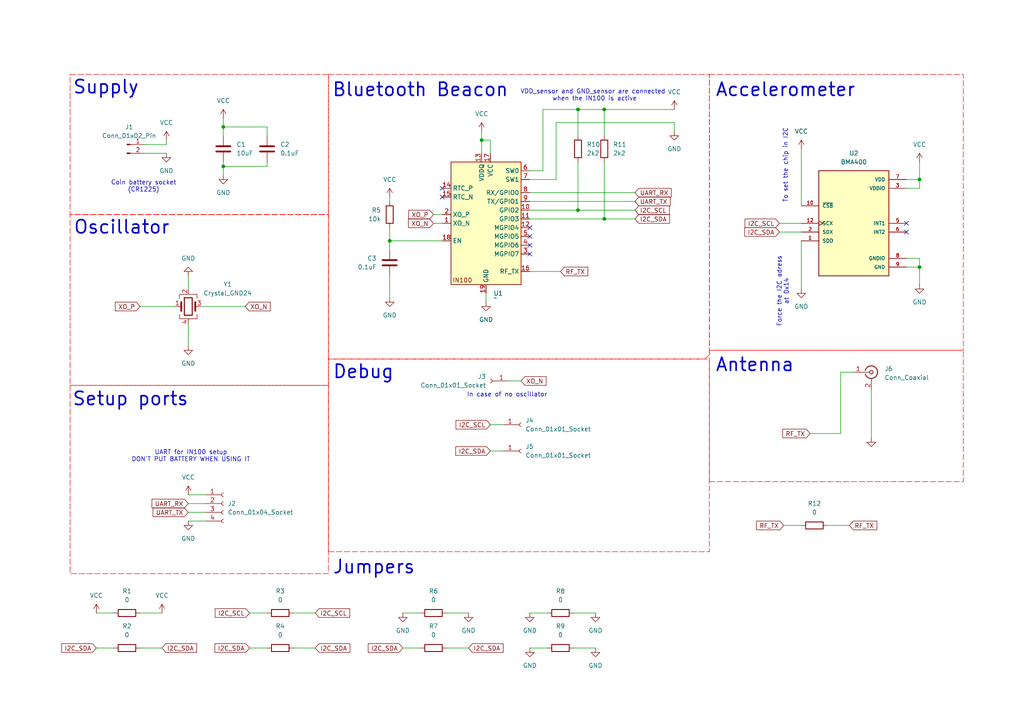
<source format=kicad_sch>
(kicad_sch (version 20250114) (generator "eeschema") (generator_version "9.0")
  (paper "A4")
  (title_block (title "Wearable IN100 with accelerometer") (date "2025-03-04") (rev "0.1.1") (company "EMSE ISMIN - FEL Department"))
  (lib_symbols
    (symbol "BMA400:BMA400" (pin_names (offset 1.016))
      (property "Reference" "U" (at -10.16 16.002 0))
      (property "Value" "BMA400" (at -10.16 -17.78 0))
      (symbol "BMA400_0_0"
        (rectangle (start -10.16 -15.24) (end 10.16 15.24) (stroke (width 0.254)) (fill (type background)))
        (pin input line (at -15.24 5.08 0) (length 5.08) (name "~{CSB}") (number "10"))
        (pin input clock (at -15.24 0 0) (length 5.08) (name "SCX") (number "12"))
        (pin bidirectional line (at -15.24 -2.54 0) (length 5.08) (name "SDX") (number "2"))
        (pin bidirectional line (at -15.24 -5.08 0) (length 5.08) (name "SDO") (number "1"))
        (pin power_in line (at 15.24 12.7 180) (length 5.08) (name "VDD") (number "7"))
        (pin power_in line (at 15.24 10.16 180) (length 5.08) (name "VDDIO") (number "3"))
        (pin bidirectional line (at 15.24 0 180) (length 5.08) (name "INT1") (number "5"))
        (pin bidirectional line (at 15.24 -2.54 180) (length 5.08) (name "INT2") (number "6"))
        (pin power_in line (at 15.24 -10.16 180) (length 5.08) (name "GNDIO") (number "8"))
        (pin power_in line (at 15.24 -12.7 180) (length 5.08) (name "GND") (number "9"))
      )
    )
    (symbol "Connector:Conn_01x01_Socket" (pin_names (offset 1.016) (hide yes))
      (property "Reference" "J" (at 0 2.54 0))
      (property "Value" "Conn_01x01_Socket" (at 0 -2.54 0))
      (symbol "Conn_01x01_Socket_1_1"
        (polyline (pts (xy -1.27 0) (xy -0.508 0)) (stroke (width 0.1524)))
        (arc (start 0 -0.508) (mid -0.5058 0) (end 0 0.508) (stroke (width 0.1524)))
        (pin passive line (at -5.08 0 0) (length 3.81) (name "Pin_1") (number "1"))
      )
    )
    (symbol "Connector:Conn_01x02_Pin" (pin_names (offset 1.016) (hide yes))
      (property "Reference" "J" (at 0 2.54 0))
      (property "Value" "Conn_01x02_Pin" (at 0 -5.08 0))
      (symbol "Conn_01x02_Pin_1_1"
        (rectangle (start 0.8636 0.127) (end 0 -0.127) (stroke (width 0.1524)) (fill (type outline)))
        (rectangle (start 0.8636 -2.413) (end 0 -2.667) (stroke (width 0.1524)) (fill (type outline)))
        (polyline (pts (xy 1.27 0) (xy 0.8636 0)) (stroke (width 0.1524)))
        (polyline (pts (xy 1.27 -2.54) (xy 0.8636 -2.54)) (stroke (width 0.1524)))
        (pin passive line (at 5.08 0 180) (length 3.81) (name "Pin_1") (number "1"))
        (pin passive line (at 5.08 -2.54 180) (length 3.81) (name "Pin_2") (number "2"))
      )
    )
    (symbol "Connector:Conn_01x04_Socket" (pin_names (offset 1.016) (hide yes))
      (property "Reference" "J" (at 0 5.08 0))
      (property "Value" "Conn_01x04_Socket" (at 0 -7.62 0))
      (symbol "Conn_01x04_Socket_1_1"
        (polyline (pts (xy -1.27 2.54) (xy -0.508 2.54)) (stroke (width 0.1524)))
        (polyline (pts (xy -1.27 0) (xy -0.508 0)) (stroke (width 0.1524)))
        (polyline (pts (xy -1.27 -2.54) (xy -0.508 -2.54)) (stroke (width 0.1524)))
        (polyline (pts (xy -1.27 -5.08) (xy -0.508 -5.08)) (stroke (width 0.1524)))
        (arc (start 0 2.032) (mid -0.5058 2.54) (end 0 3.048) (stroke (width 0.1524)))
        (arc (start 0 -0.508) (mid -0.5058 0) (end 0 0.508) (stroke (width 0.1524)))
        (arc (start 0 -3.048) (mid -0.5058 -2.54) (end 0 -2.032) (stroke (width 0.1524)))
        (arc (start 0 -5.588) (mid -0.5058 -5.08) (end 0 -4.572) (stroke (width 0.1524)))
        (pin passive line (at -5.08 2.54 0) (length 3.81) (name "Pin_1") (number "1"))
        (pin passive line (at -5.08 0 0) (length 3.81) (name "Pin_2") (number "2"))
        (pin passive line (at -5.08 -2.54 0) (length 3.81) (name "Pin_3") (number "3"))
        (pin passive line (at -5.08 -5.08 0) (length 3.81) (name "Pin_4") (number "4"))
      )
    )
    (symbol "Connector:Conn_Coaxial" (pin_names (offset 1.016) (hide yes))
      (property "Reference" "J" (at 0.254 3.048 0))
      (property "Value" "Conn_Coaxial" (at 2.921 0 90))
      (symbol "Conn_Coaxial_0_1"
        (polyline (pts (xy -2.54 0) (xy -0.508 0)))
        (arc (start 1.778 0) (mid 0.222 -1.8079) (end -1.778 -0.508) (stroke (width 0.254)))
        (arc (start -1.778 0.508) (mid 0.2221 1.8084) (end 1.778 0) (stroke (width 0.254)))
        (circle (center 0 0) (radius 0.508) (stroke (width 0.2032)))
        (polyline (pts (xy 0 -2.54) (xy 0 -1.778)))
      )
      (symbol "Conn_Coaxial_1_1"
        (pin passive line (at -5.08 0 0) (length 2.54) (name "In") (number "1"))
        (pin passive line (at 0 -5.08 90) (length 2.54) (name "Ext") (number "2"))
      )
    )
    (symbol "Device:C" (pin_numbers (hide yes)) (pin_names (offset 0.254))
      (property "Reference" "C" (at 0.635 2.54 0))
      (property "Value" "C" (at 0.635 -2.54 0))
      (symbol "C_0_1"
        (polyline (pts (xy -2.032 0.762) (xy 2.032 0.762)) (stroke (width 0.508)))
        (polyline (pts (xy -2.032 -0.762) (xy 2.032 -0.762)) (stroke (width 0.508)))
      )
      (symbol "C_1_1"
        (pin passive line (at 0 3.81 270) (length 2.794) (name "~") (number "1"))
        (pin passive line (at 0 -3.81 90) (length 2.794) (name "~") (number "2"))
      )
    )
    (symbol "Device:Crystal_GND24" (pin_names (offset 1.016) (hide yes))
      (property "Reference" "Y" (at 3.175 5.08 0))
      (property "Value" "Crystal_GND24" (at 3.175 3.175 0))
      (symbol "Crystal_GND24_0_1"
        (polyline (pts (xy -2.54 2.286) (xy -2.54 3.556) (xy 2.54 3.556) (xy 2.54 2.286)))
        (polyline (pts (xy -2.54 0) (xy -2.032 0)))
        (polyline (pts (xy -2.54 -2.286) (xy -2.54 -3.556) (xy 2.54 -3.556) (xy 2.54 -2.286)))
        (polyline (pts (xy -2.032 -1.27) (xy -2.032 1.27)) (stroke (width 0.508)))
        (rectangle (start -1.143 2.54) (end 1.143 -2.54) (stroke (width 0.3048)))
        (polyline (pts (xy 0 3.556) (xy 0 3.81)))
        (polyline (pts (xy 0 -3.81) (xy 0 -3.556)))
        (polyline (pts (xy 2.032 0) (xy 2.54 0)))
        (polyline (pts (xy 2.032 -1.27) (xy 2.032 1.27)) (stroke (width 0.508)))
      )
      (symbol "Crystal_GND24_1_1"
        (pin passive line (at -3.81 0 0) (length 1.27) (name "1") (number "1"))
        (pin passive line (at 0 5.08 270) (length 1.27) (name "2") (number "2"))
        (pin passive line (at 0 -5.08 90) (length 1.27) (name "4") (number "4"))
        (pin passive line (at 3.81 0 180) (length 1.27) (name "3") (number "3"))
      )
    )
    (symbol "Device:R" (pin_numbers (hide yes)) (pin_names (offset 0))
      (property "Reference" "R" (at 2.032 0 90))
      (property "Value" "R" (at 0 0 90))
      (symbol "R_0_1"
        (rectangle (start -1.016 -2.54) (end 1.016 2.54) (stroke (width 0.254)))
      )
      (symbol "R_1_1"
        (pin passive line (at 0 3.81 270) (length 1.27) (name "~") (number "1"))
        (pin passive line (at 0 -3.81 90) (length 1.27) (name "~") (number "2"))
      )
    )
    (symbol "IN100_homemade:IN100_homemade"
      (property "Reference" "U" (at 0 0 0))
      (symbol "IN100_homemade_0_1"
        (rectangle (start -10.16 -1.27) (end 10.16 -36.83))
      )
      (symbol "IN100_homemade_1_1"
        (rectangle (start -10.16 -1.27) (end 10.16 -36.83) (fill (type background)))
        (text "IN100" (at -6.858 -35.56 0) (effects (font (size 1.27 1.27))))
        (pin input line (at -12.7 -8.89 0) (length 2.54) (name "RTC_P") (number "14"))
        (pin input line (at -12.7 -11.43 0) (length 2.54) (name "RTC_N") (number "15"))
        (pin input line (at -12.7 -16.51 0) (length 2.54) (name "XO_P") (number "2"))
        (pin input line (at -12.7 -19.05 0) (length 2.54) (name "XO_N") (number "1"))
        (pin input line (at -12.7 -24.13 0) (length 2.54) (name "EN") (number "18"))
        (pin input line (at -1.27 1.27 270) (length 2.54) (name "VDDQ") (number "13"))
        (pin input line (at 0 -39.37 90) (length 2.54) (name "GND") (number "19"))
        (pin input line (at 1.27 1.27 270) (length 2.54) (name "VCC") (number "17"))
        (pin output line (at 12.7 -3.81 180) (length 2.54) (name "SW0") (number "6"))
        (pin output line (at 12.7 -6.35 180) (length 2.54) (name "SW1") (number "7"))
        (pin bidirectional line (at 12.7 -10.16 180) (length 2.54) (name "RX/GPIO0") (number "8"))
        (pin bidirectional line (at 12.7 -12.7 180) (length 2.54) (name "TX/GPIO1") (number "9"))
        (pin bidirectional line (at 12.7 -15.24 180) (length 2.54) (name "GPIO2") (number "10"))
        (pin bidirectional line (at 12.7 -17.78 180) (length 2.54) (name "GPIO3") (number "11"))
        (pin bidirectional line (at 12.7 -20.32 180) (length 2.54) (name "MGPIO4") (number "12"))
        (pin bidirectional line (at 12.7 -22.86 180) (length 2.54) (name "MGPIO5") (number "5"))
        (pin bidirectional line (at 12.7 -25.4 180) (length 2.54) (name "MGPIO6") (number "4"))
        (pin bidirectional line (at 12.7 -27.94 180) (length 2.54) (name "MGPIO7") (number "3"))
        (pin output line (at 12.7 -33.02 180) (length 2.54) (name "RF_TX") (number "16"))
      )
    )
    (symbol "power:GND" (power) (pin_numbers (hide yes)) (pin_names (offset 0) (hide yes))
      (property "Value" "GND" (at 0 -3.81 0))
      (symbol "GND_0_1"
        (polyline (pts (xy 0 0) (xy 0 -1.27) (xy 1.27 -1.27) (xy 0 -2.54) (xy -1.27 -1.27) (xy 0 -1.27)))
      )
      (symbol "GND_1_1"
        (pin power_in line (at 0 0 270) (length 0) (name "~") (number "1"))
      )
    )
    (symbol "power:VCC" (power) (pin_numbers (hide yes)) (pin_names (offset 0) (hide yes))
      (property "Value" "VCC" (at 0 3.556 0))
      (symbol "VCC_0_1"
        (polyline (pts (xy -0.762 1.27) (xy 0 2.54)))
        (polyline (pts (xy 0 2.54) (xy 0.762 1.27)))
        (polyline (pts (xy 0 0) (xy 0 2.54)))
      )
      (symbol "VCC_1_1"
        (pin power_in line (at 0 0 90) (length 0) (name "~") (number "1"))
      )
    )
  )
  (text "Accelerometer\n" (at 227.838 26.162 0) (effects (font (size 3.81 3.81) (thickness 0.4763))))
  (text "In case of no oscillator" (at 147.066 114.554 0) (effects (font (size 1.27 1.27))))
  (text "Debug" (at 105.41 107.95 0) (effects (font (size 3.81 3.81) (thickness 0.4763))))
  (text "Antenna" (at 218.948 105.918 0) (effects (font (size 3.81 3.81) (thickness 0.4763))))
  (text "Supply" (at 30.734 25.4 0) (effects (font (size 3.81 3.81) (thickness 0.4763))))
  (text "Coin battery socket\n(CR1225)\n\n" (at 41.656 55.118 0) (effects (font (size 1.27 1.27))))
  (text "UART for IN100 setup\nDON'T PUT BATTERY WHEN USING IT\n\n" (at 55.372 133.35 0) (effects (font (size 1.27 1.27))))
  (text "Setup ports" (at 37.846 115.824 0) (effects (font (size 3.81 3.81) (thickness 0.4763))))
  (text "Oscillator" (at 35.306 66.04 0) (effects (font (size 3.81 3.81) (thickness 0.4763))))
  (text "Jumpers" (at 108.458 164.592 0) (effects (font (size 3.81 3.81) (thickness 0.4763))))
  (text "VDD_sensor and GND_sensor are connected \nwhen the IN100 is active\n" (at 172.466 27.686 0) (effects (font (size 1.27 1.27))))
  (text "To set the chip in I2C\n" (at 227.838 48.006 90) (effects (font (size 1.27 1.27))))
  (text "Bluetooth Beacon\n" (at 121.92 26.162 0) (effects (font (size 3.81 3.81) (thickness 0.4763))))
  (text "Force the I2C adress\nat 0x14" (at 227.076 84.582 90) (effects (font (size 1.27 1.27))))
  (junction (at 64.77 36.83))
  (junction (at 175.26 31.75))
  (junction (at 64.77 48.26))
  (junction (at 266.7 77.47))
  (junction (at 175.26 63.5))
  (junction (at 167.64 31.75))
  (junction (at 139.7 40.64))
  (junction (at 266.7 52.07))
  (junction (at 113.03 69.85))
  (junction (at 167.64 60.96))
  (no_connect (at 153.67 66.04))
  (no_connect (at 128.27 57.15))
  (no_connect (at 153.67 68.58))
  (no_connect (at 262.89 67.31))
  (no_connect (at 153.67 73.66))
  (no_connect (at 262.89 64.77))
  (no_connect (at 153.67 71.12))
  (no_connect (at 128.27 54.61))
  (wire (pts (xy 91.44 187.96) (xy 85.09 187.96)))
  (wire (pts (xy 64.77 48.26) (xy 77.47 48.26)))
  (wire (pts (xy 266.7 77.47) (xy 262.89 77.47)))
  (wire (pts (xy 243.84 107.95) (xy 247.65 107.95)))
  (wire (pts (xy 41.91 44.45) (xy 48.26 44.45)))
  (wire (pts (xy 266.7 52.07) (xy 262.89 52.07)))
  (wire (pts (xy 266.7 82.55) (xy 266.7 77.47)))
  (wire (pts (xy 252.73 113.03) (xy 252.73 127)))
  (wire (pts (xy 58.42 88.9) (xy 71.12 88.9)))
  (wire (pts (xy 113.03 69.85) (xy 128.27 69.85)))
  (wire (pts (xy 48.26 41.91) (xy 41.91 41.91)))
  (wire (pts (xy 157.48 31.75) (xy 167.64 31.75)))
  (wire (pts (xy 27.94 187.96) (xy 33.02 187.96)))
  (wire (pts (xy 195.58 38.1) (xy 195.58 35.56)))
  (wire (pts (xy 54.61 93.98) (xy 54.61 100.33)))
  (wire (pts (xy 153.67 187.96) (xy 158.75 187.96)))
  (wire (pts (xy 139.7 40.64) (xy 139.7 44.45)))
  (wire (pts (xy 232.41 43.18) (xy 232.41 59.69)))
  (wire (pts (xy 72.39 177.8) (xy 77.47 177.8)))
  (wire (pts (xy 142.24 130.81) (xy 146.05 130.81)))
  (wire (pts (xy 151.13 110.49) (xy 147.32 110.49)))
  (wire (pts (xy 142.24 123.19) (xy 146.05 123.19)))
  (wire (pts (xy 226.06 67.31) (xy 232.41 67.31)))
  (wire (pts (xy 64.77 36.83) (xy 64.77 39.37)))
  (wire (pts (xy 77.47 36.83) (xy 77.47 39.37)))
  (wire (pts (xy 46.99 187.96) (xy 40.64 187.96)))
  (wire (pts (xy 161.29 35.56) (xy 195.58 35.56)))
  (wire (pts (xy 153.67 49.53) (xy 157.48 49.53)))
  (wire (pts (xy 116.84 187.96) (xy 121.92 187.96)))
  (wire (pts (xy 167.64 31.75) (xy 167.64 39.37)))
  (wire (pts (xy 262.89 54.61) (xy 266.7 54.61)))
  (wire (pts (xy 113.03 57.15) (xy 113.03 58.42)))
  (wire (pts (xy 54.61 151.13) (xy 59.69 151.13)))
  (wire (pts (xy 167.64 46.99) (xy 167.64 60.96)))
  (wire (pts (xy 153.67 63.5) (xy 175.26 63.5)))
  (wire (pts (xy 153.67 177.8) (xy 158.75 177.8)))
  (wire (pts (xy 116.84 177.8) (xy 121.92 177.8)))
  (wire (pts (xy 167.64 60.96) (xy 184.15 60.96)))
  (wire (pts (xy 64.77 36.83) (xy 77.47 36.83)))
  (wire (pts (xy 140.97 85.09) (xy 140.97 87.63)))
  (wire (pts (xy 175.26 46.99) (xy 175.26 63.5)))
  (wire (pts (xy 153.67 55.88) (xy 184.15 55.88)))
  (wire (pts (xy 139.7 40.64) (xy 142.24 40.64)))
  (wire (pts (xy 113.03 80.01) (xy 113.03 86.36)))
  (wire (pts (xy 172.72 177.8) (xy 166.37 177.8)))
  (wire (pts (xy 113.03 69.85) (xy 113.03 72.39)))
  (wire (pts (xy 125.73 64.77) (xy 128.27 64.77)))
  (wire (pts (xy 77.47 48.26) (xy 77.47 46.99)))
  (wire (pts (xy 172.72 187.96) (xy 166.37 187.96)))
  (wire (pts (xy 226.06 64.77) (xy 232.41 64.77)))
  (wire (pts (xy 262.89 74.93) (xy 266.7 74.93)))
  (wire (pts (xy 142.24 40.64) (xy 142.24 44.45)))
  (wire (pts (xy 135.89 177.8) (xy 129.54 177.8)))
  (wire (pts (xy 153.67 78.74) (xy 162.56 78.74)))
  (wire (pts (xy 64.77 34.29) (xy 64.77 36.83)))
  (wire (pts (xy 125.73 62.23) (xy 128.27 62.23)))
  (wire (pts (xy 153.67 60.96) (xy 167.64 60.96)))
  (wire (pts (xy 175.26 31.75) (xy 195.58 31.75)))
  (wire (pts (xy 72.39 187.96) (xy 77.47 187.96)))
  (wire (pts (xy 27.94 177.8) (xy 33.02 177.8)))
  (wire (pts (xy 54.61 143.51) (xy 59.69 143.51)))
  (wire (pts (xy 157.48 31.75) (xy 157.48 49.53)))
  (wire (pts (xy 161.29 35.56) (xy 161.29 52.07)))
  (wire (pts (xy 175.26 31.75) (xy 175.26 39.37)))
  (wire (pts (xy 153.67 52.07) (xy 161.29 52.07)))
  (wire (pts (xy 135.89 187.96) (xy 129.54 187.96)))
  (wire (pts (xy 139.7 38.1) (xy 139.7 40.64)))
  (wire (pts (xy 54.61 146.05) (xy 59.69 146.05)))
  (wire (pts (xy 232.41 69.85) (xy 232.41 83.82)))
  (wire (pts (xy 266.7 46.99) (xy 266.7 52.07)))
  (wire (pts (xy 46.99 177.8) (xy 40.64 177.8)))
  (wire (pts (xy 266.7 77.47) (xy 266.7 74.93)))
  (wire (pts (xy 266.7 54.61) (xy 266.7 52.07)))
  (wire (pts (xy 91.44 177.8) (xy 85.09 177.8)))
  (wire (pts (xy 234.95 125.73) (xy 243.84 125.73)))
  (wire (pts (xy 64.77 46.99) (xy 64.77 48.26)))
  (wire (pts (xy 54.61 148.59) (xy 59.69 148.59)))
  (wire (pts (xy 153.67 58.42) (xy 184.15 58.42)))
  (wire (pts (xy 54.61 80.01) (xy 54.61 83.82)))
  (wire (pts (xy 113.03 66.04) (xy 113.03 69.85)))
  (wire (pts (xy 64.77 48.26) (xy 64.77 50.8)))
  (wire (pts (xy 48.26 40.64) (xy 48.26 41.91)))
  (wire (pts (xy 40.64 88.9) (xy 50.8 88.9)))
  (wire (pts (xy 246.38 152.4) (xy 240.03 152.4)))
  (wire (pts (xy 227.33 152.4) (xy 232.41 152.4)))
  (wire (pts (xy 167.64 31.75) (xy 175.26 31.75)))
  (wire (pts (xy 243.84 107.95) (xy 243.84 125.73)))
  (wire (pts (xy 175.26 63.5) (xy 184.15 63.5)))
  (global_label "RF_TX" (shape input) (at 227.33 152.4 180) (property "Intersheetrefs" "${INTERSHEET_REFS}" (effects (hide yes))))
  (global_label "I2C_SDA" (shape input) (at 184.15 63.5 0) (property "Intersheetrefs" "${INTERSHEET_REFS}" (effects (hide yes))))
  (global_label "XO_P" (shape input) (at 125.73 62.23 180) (property "Intersheetrefs" "${INTERSHEET_REFS}" (effects (hide yes))))
  (global_label "RF_TX" (shape input) (at 234.95 125.73 180) (property "Intersheetrefs" "${INTERSHEET_REFS}" (effects (hide yes))))
  (global_label "XO_P" (shape input) (at 40.64 88.9 180) (property "Intersheetrefs" "${INTERSHEET_REFS}" (effects (hide yes))))
  (global_label "I2C_SDA" (shape input) (at 142.24 130.81 180) (property "Intersheetrefs" "${INTERSHEET_REFS}" (effects (hide yes))))
  (global_label "XO_N" (shape input) (at 125.73 64.77 180) (property "Intersheetrefs" "${INTERSHEET_REFS}" (effects (hide yes))))
  (global_label "UART_RX" (shape input) (at 184.15 55.88 0) (property "Intersheetrefs" "${INTERSHEET_REFS}" (effects (hide yes))))
  (global_label "I2C_SDA" (shape input) (at 27.94 187.96 180) (property "Intersheetrefs" "${INTERSHEET_REFS}" (effects (hide yes))))
  (global_label "UART_TX" (shape input) (at 54.61 148.59 180) (property "Intersheetrefs" "${INTERSHEET_REFS}" (effects (hide yes))))
  (global_label "XO_N" (shape input) (at 71.12 88.9 0) (property "Intersheetrefs" "${INTERSHEET_REFS}" (effects (hide yes))))
  (global_label "RF_TX" (shape input) (at 246.38 152.4 0) (property "Intersheetrefs" "${INTERSHEET_REFS}" (effects (hide yes))))
  (global_label "XO_N" (shape input) (at 151.13 110.49 0) (property "Intersheetrefs" "${INTERSHEET_REFS}" (effects (hide yes))))
  (global_label "RF_TX" (shape input) (at 162.56 78.74 0) (property "Intersheetrefs" "${INTERSHEET_REFS}" (effects (hide yes))))
  (global_label "I2C_SDA" (shape input) (at 116.84 187.96 180) (property "Intersheetrefs" "${INTERSHEET_REFS}" (effects (hide yes))))
  (global_label "I2C_SCL" (shape input) (at 91.44 177.8 0) (property "Intersheetrefs" "${INTERSHEET_REFS}" (effects (hide yes))))
  (global_label "I2C_SDA" (shape input) (at 72.39 187.96 180) (property "Intersheetrefs" "${INTERSHEET_REFS}" (effects (hide yes))))
  (global_label "I2C_SDA" (shape input) (at 226.06 67.31 180) (property "Intersheetrefs" "${INTERSHEET_REFS}" (effects (hide yes))))
  (global_label "UART_TX" (shape input) (at 184.15 58.42 0) (property "Intersheetrefs" "${INTERSHEET_REFS}" (effects (hide yes))))
  (global_label "I2C_SCL" (shape input) (at 72.39 177.8 180) (property "Intersheetrefs" "${INTERSHEET_REFS}" (effects (hide yes))))
  (global_label "I2C_SDA" (shape input) (at 46.99 187.96 0) (property "Intersheetrefs" "${INTERSHEET_REFS}" (effects (hide yes))))
  (global_label "I2C_SCL" (shape input) (at 142.24 123.19 180) (property "Intersheetrefs" "${INTERSHEET_REFS}" (effects (hide yes))))
  (global_label "I2C_SCL" (shape input) (at 226.06 64.77 180) (property "Intersheetrefs" "${INTERSHEET_REFS}" (effects (hide yes))))
  (global_label "I2C_SCL" (shape input) (at 184.15 60.96 0) (property "Intersheetrefs" "${INTERSHEET_REFS}" (effects (hide yes))))
  (global_label "I2C_SDA" (shape input) (at 135.89 187.96 0) (property "Intersheetrefs" "${INTERSHEET_REFS}" (effects (hide yes))))
  (global_label "I2C_SDA" (shape input) (at 91.44 187.96 0) (property "Intersheetrefs" "${INTERSHEET_REFS}" (effects (hide yes))))
  (global_label "UART_RX" (shape input) (at 54.61 146.05 180) (property "Intersheetrefs" "${INTERSHEET_REFS}" (effects (hide yes))))
  (rule_area (polyline (pts (xy 95.25 160.02) (xy 205.74 160.02) (xy 205.74 104.14) (xy 95.25 104.14)) (stroke (width 0) (type dash))))
  (rule_area (polyline (pts (xy 205.74 139.7) (xy 279.4 139.7) (xy 279.4 101.6) (xy 205.74 101.6)) (stroke (width 0) (type dash))))
  (rule_area (polyline (pts (xy 20.32 111.76) (xy 20.32 166.37) (xy 95.25 166.37) (xy 95.25 111.76)) (stroke (width 0) (type dash))))
  (rule_area (polyline (pts (xy 95.25 111.76) (xy 20.32 111.76) (xy 20.32 62.23) (xy 95.25 62.23)) (stroke (width 0) (type dash))))
  (rule_area (polyline (pts (xy 205.74 21.59) (xy 279.4 21.59) (xy 279.4 101.6) (xy 205.74 101.6)) (stroke (width 0) (type dash))))
  (rule_area (polyline (pts (xy 20.32 21.59) (xy 95.25 21.59) (xy 95.25 62.23) (xy 20.32 62.23)) (stroke (width 0) (type dash))))
  (rule_area (polyline (pts (xy 95.25 21.59) (xy 205.74 21.59) (xy 205.74 102.87) (xy 204.47 104.14) (xy 95.25 104.14)) (stroke (width 0) (type dash))))
  (symbol (lib_id "Connector:Conn_Coaxial") (at 252.73 107.95 0) (unit 1)
    (property "Reference" "J6" (at 256.54 106.9731 0) (effects (justify left)))
    (property "Value" "Conn_Coaxial" (at 256.54 109.5131 0) (effects (justify left)))
    (property "Footprint" "Connector_Coaxial:SMA_Molex_73251-2120_EdgeMount_Horizontal" (effects (hide yes)))
    (property "Description" "coaxial connector (BNC, SMA, SMB, SMC, Cinch/RCA, LEMO, ...)" (effects (hide yes)))
  )
  (symbol (lib_id "power:VCC") (at 195.58 31.75 0) (unit 1)
    (property "Reference" "#PWR021" (effects (hide yes)))
    (property "Value" "VCC" (at 195.58 26.67 0))
    (property "Description" "Power symbol creates a global label with name \"VCC\"" (effects (hide yes)))
  )
  (symbol (lib_id "power:VCC") (at 46.99 177.8 0) (unit 1)
    (property "Reference" "#PWR02" (effects (hide yes)))
    (property "Value" "VCC" (at 46.99 172.72 0))
    (property "Description" "Power symbol creates a global label with name \"VCC\"" (effects (hide yes)))
  )
  (symbol (lib_id "Device:R") (at 36.83 187.96 90) (unit 1)
    (property "Reference" "R2" (at 36.83 181.61 90))
    (property "Value" "0" (at 36.83 184.15 90))
    (property "Footprint" "Resistor_SMD:R_1206_3216Metric" (effects (hide yes)))
    (property "Description" "Resistor" (effects (hide yes)))
  )
  (symbol (lib_id "Device:R") (at 162.56 187.96 90) (unit 1)
    (property "Reference" "R9" (at 162.56 181.61 90))
    (property "Value" "0" (at 162.56 184.15 90))
    (property "Footprint" "Resistor_SMD:R_1206_3216Metric" (effects (hide yes)))
    (property "Description" "Resistor" (effects (hide yes)))
  )
  (symbol (lib_id "Device:R") (at 36.83 177.8 90) (unit 1)
    (property "Reference" "R1" (at 36.83 171.45 90))
    (property "Value" "0" (at 36.83 173.99 90))
    (property "Footprint" "Resistor_SMD:R_1206_3216Metric" (effects (hide yes)))
    (property "Description" "Resistor" (effects (hide yes)))
  )
  (symbol (lib_id "power:GND") (at 64.77 50.8 0) (unit 1)
    (property "Reference" "#PWR010" (effects (hide yes)))
    (property "Value" "GND" (at 64.77 55.88 0))
    (property "Description" "Power symbol creates a global label with name \"GND\" , ground" (effects (hide yes)))
  )
  (symbol (lib_id "power:GND") (at 113.03 86.36 0) (unit 1)
    (property "Reference" "#PWR012" (effects (hide yes)))
    (property "Value" "GND" (at 113.03 91.44 0))
    (property "Description" "Power symbol creates a global label with name \"GND\" , ground" (effects (hide yes)))
  )
  (symbol (lib_id "power:GND") (at 54.61 80.01 180) (unit 1)
    (property "Reference" "#PWR05" (effects (hide yes)))
    (property "Value" "GND" (at 54.61 74.93 0))
    (property "Description" "Power symbol creates a global label with name \"GND\" , ground" (effects (hide yes)))
  )
  (symbol (lib_id "Device:R") (at 81.28 177.8 90) (unit 1)
    (property "Reference" "R3" (at 81.28 171.45 90))
    (property "Value" "0" (at 81.28 173.99 90))
    (property "Footprint" "Resistor_SMD:R_1206_3216Metric" (effects (hide yes)))
    (property "Description" "Resistor" (effects (hide yes)))
  )
  (symbol (lib_id "power:GND") (at 195.58 38.1 0) (unit 1)
    (property "Reference" "#PWR022" (effects (hide yes)))
    (property "Value" "GND" (at 195.58 43.18 0))
    (property "Description" "Power symbol creates a global label with name \"GND\" , ground" (effects (hide yes)))
  )
  (symbol (lib_id "Device:R") (at 125.73 177.8 90) (unit 1)
    (property "Reference" "R6" (at 125.73 171.45 90))
    (property "Value" "0" (at 125.73 173.99 90))
    (property "Footprint" "Resistor_SMD:R_1206_3216Metric" (effects (hide yes)))
    (property "Description" "Resistor" (effects (hide yes)))
  )
  (symbol (lib_id "power:GND") (at 135.89 177.8 0) (unit 1)
    (property "Reference" "#PWR014" (effects (hide yes)))
    (property "Value" "GND" (at 135.89 182.88 0))
    (property "Description" "Power symbol creates a global label with name \"GND\" , ground" (effects (hide yes)))
  )
  (symbol (lib_id "power:VCC") (at 266.7 46.99 0) (unit 1)
    (property "Reference" "#PWR026" (effects (hide yes)))
    (property "Value" "VCC" (at 266.7 41.91 0))
    (property "Description" "Power symbol creates a global label with name \"VCC\"" (effects (hide yes)))
  )
  (symbol (lib_id "Device:C") (at 77.47 43.18 0) (unit 1)
    (property "Reference" "C2" (at 81.28 41.9099 0) (effects (justify left)))
    (property "Value" "0.1uF" (at 81.28 44.4499 0) (effects (justify left)))
    (property "Footprint" "Capacitor_SMD:C_1206_3216Metric_Pad1.33x1.80mm_HandSolder" (effects (hide yes)))
    (property "Description" "Unpolarized capacitor" (effects (hide yes)))
  )
  (symbol (lib_id "power:GND") (at 153.67 177.8 0) (unit 1)
    (property "Reference" "#PWR017" (effects (hide yes)))
    (property "Value" "GND" (at 153.67 182.88 0))
    (property "Description" "Power symbol creates a global label with name \"GND\" , ground" (effects (hide yes)))
  )
  (symbol (lib_id "Device:R") (at 175.26 43.18 0) (unit 1)
    (property "Reference" "R11" (at 177.8 41.9099 0) (effects (justify left)))
    (property "Value" "2k2" (at 177.8 44.4499 0) (effects (justify left)))
    (property "Footprint" "Resistor_SMD:R_1206_3216Metric" (effects (hide yes)))
    (property "Description" "Resistor" (effects (hide yes)))
  )
  (symbol (lib_id "Connector:Conn_01x01_Socket") (at 151.13 123.19 0) (unit 1)
    (property "Reference" "J4" (at 152.4 121.9199 0) (effects (justify left)))
    (property "Value" "Conn_01x01_Socket" (at 152.4 124.4599 0) (effects (justify left)))
    (property "Footprint" "TestPoint:TestPoint_Loop_D2.54mm_Drill1.5mm_Beaded" (effects (hide yes)))
    (property "Description" "Generic connector, single row, 01x01, script generated" (effects (hide yes)))
  )
  (symbol (lib_id "power:GND") (at 232.41 83.82 0) (unit 1)
    (property "Reference" "#PWR024" (effects (hide yes)))
    (property "Value" "GND" (at 232.41 88.9 0))
    (property "Description" "Power symbol creates a global label with name \"GND\" , ground" (effects (hide yes)))
  )
  (symbol (lib_id "power:GND") (at 140.97 87.63 0) (unit 1)
    (property "Reference" "#PWR016" (effects (hide yes)))
    (property "Value" "GND" (at 140.97 92.71 0))
    (property "Description" "Power symbol creates a global label with name \"GND\" , ground" (effects (hide yes)))
  )
  (symbol (lib_id "power:GND") (at 153.67 187.96 0) (unit 1)
    (property "Reference" "#PWR018" (effects (hide yes)))
    (property "Value" "GND" (at 153.67 193.04 0))
    (property "Description" "Power symbol creates a global label with name \"GND\" , ground" (effects (hide yes)))
  )
  (symbol (lib_id "Device:R") (at 113.03 62.23 0) (mirror y) (unit 1)
    (property "Reference" "R5" (at 110.49 60.9599 0) (effects (justify left)))
    (property "Value" "10k" (at 110.49 63.4999 0) (effects (justify left)))
    (property "Footprint" "Resistor_SMD:R_1206_3216Metric" (effects (hide yes)))
    (property "Description" "Resistor" (effects (hide yes)))
  )
  (symbol (lib_id "Connector:Conn_01x01_Socket") (at 151.13 130.81 0) (unit 1)
    (property "Reference" "J5" (at 152.4 129.5399 0) (effects (justify left)))
    (property "Value" "Conn_01x01_Socket" (at 152.4 132.0799 0) (effects (justify left)))
    (property "Footprint" "TestPoint:TestPoint_Loop_D2.54mm_Drill1.5mm_Beaded" (effects (hide yes)))
    (property "Description" "Generic connector, single row, 01x01, script generated" (effects (hide yes)))
  )
  (symbol (lib_id "power:GND") (at 54.61 151.13 0) (unit 1)
    (property "Reference" "#PWR08" (effects (hide yes)))
    (property "Value" "GND" (at 54.61 156.21 0))
    (property "Description" "Power symbol creates a global label with name \"GND\" , ground" (effects (hide yes)))
  )
  (symbol (lib_id "power:VCC") (at 48.26 40.64 0) (unit 1)
    (property "Reference" "#PWR03" (effects (hide yes)))
    (property "Value" "VCC" (at 48.26 35.56 0))
    (property "Description" "Power symbol creates a global label with name \"VCC\"" (effects (hide yes)))
  )
  (symbol (lib_id "power:GND") (at 48.26 44.45 0) (unit 1)
    (property "Reference" "#PWR04" (effects (hide yes)))
    (property "Value" "GND" (at 48.26 49.53 0))
    (property "Description" "Power symbol creates a global label with name \"GND\" , ground" (effects (hide yes)))
  )
  (symbol (lib_id "power:VCC") (at 232.41 43.18 0) (unit 1)
    (property "Reference" "#PWR023" (effects (hide yes)))
    (property "Value" "VCC" (at 232.41 38.1 0))
    (property "Description" "Power symbol creates a global label with name \"VCC\"" (effects (hide yes)))
  )
  (symbol (lib_id "Device:R") (at 167.64 43.18 0) (unit 1)
    (property "Reference" "R10" (at 170.18 41.9099 0) (effects (justify left)))
    (property "Value" "2k2" (at 170.18 44.4499 0) (effects (justify left)))
    (property "Footprint" "Resistor_SMD:R_1206_3216Metric" (effects (hide yes)))
    (property "Description" "Resistor" (effects (hide yes)))
  )
  (symbol (lib_id "Device:C") (at 113.03 76.2 0) (mirror y) (unit 1)
    (property "Reference" "C3" (at 109.22 74.9299 0) (effects (justify left)))
    (property "Value" "0.1uF" (at 109.22 77.4699 0) (effects (justify left)))
    (property "Footprint" "Capacitor_SMD:C_1206_3216Metric_Pad1.33x1.80mm_HandSolder" (effects (hide yes)))
    (property "Description" "Unpolarized capacitor" (effects (hide yes)))
  )
  (symbol (lib_id "power:GND") (at 172.72 177.8 0) (unit 1)
    (property "Reference" "#PWR019" (effects (hide yes)))
    (property "Value" "GND" (at 172.72 182.88 0))
    (property "Description" "Power symbol creates a global label with name \"GND\" , ground" (effects (hide yes)))
  )
  (symbol (lib_id "Device:R") (at 236.22 152.4 90) (unit 1)
    (property "Reference" "R12" (at 236.22 146.05 90))
    (property "Value" "0" (at 236.22 148.59 90))
    (property "Footprint" "Resistor_SMD:R_1206_3216Metric" (effects (hide yes)))
    (property "Description" "Resistor" (effects (hide yes)))
  )
  (symbol (lib_id "power:VCC") (at 113.03 57.15 0) (unit 1)
    (property "Reference" "#PWR011" (effects (hide yes)))
    (property "Value" "VCC" (at 113.03 52.07 0))
    (property "Description" "Power symbol creates a global label with name \"VCC\"" (effects (hide yes)))
  )
  (symbol (lib_id "power:GND") (at 116.84 177.8 0) (unit 1)
    (property "Reference" "#PWR013" (effects (hide yes)))
    (property "Value" "GND" (at 116.84 182.88 0))
    (property "Description" "Power symbol creates a global label with name \"GND\" , ground" (effects (hide yes)))
  )
  (symbol (lib_id "power:VCC") (at 54.61 143.51 0) (unit 1)
    (property "Reference" "#PWR07" (effects (hide yes)))
    (property "Value" "VCC" (at 54.61 138.43 0))
    (property "Description" "Power symbol creates a global label with name \"VCC\"" (effects (hide yes)))
  )
  (symbol (lib_id "power:GND") (at 252.73 127 0) (unit 1)
    (property "Reference" "#PWR025" (effects (hide yes)))
    (property "Value" "GND" (effects (hide yes)))
    (property "Description" "Power symbol creates a global label with name \"GND\" , ground" (effects (hide yes)))
  )
  (symbol (lib_id "Device:Crystal_GND24") (at 54.61 88.9 0) (unit 1)
    (property "Reference" "Y1" (at 66.04 82.4798 0))
    (property "Value" "Crystal_GND24" (at 66.04 85.0198 0))
    (property "Footprint" "Crystal:Crystal_SMD_3225-4Pin_3.2x2.5mm_HandSoldering" (effects (hide yes)))
    (property "Description" "Four pin crystal, GND on pins 2 and 4" (effects (hide yes)))
  )
  (symbol (lib_id "Device:R") (at 125.73 187.96 90) (unit 1)
    (property "Reference" "R7" (at 125.73 181.61 90))
    (property "Value" "0" (at 125.73 184.15 90))
    (property "Footprint" "Resistor_SMD:R_1206_3216Metric" (effects (hide yes)))
    (property "Description" "Resistor" (effects (hide yes)))
  )
  (symbol (lib_id "Connector:Conn_01x02_Pin") (at 36.83 41.91 0) (unit 1)
    (property "Reference" "J1" (at 37.465 36.83 0))
    (property "Value" "Conn_01x02_Pin" (at 37.465 39.37 0))
    (property "Footprint" "Connector_PinSocket_2.54mm:PinSocket_1x02_P2.54mm_Vertical" (effects (hide yes)))
    (property "Description" "Generic connector, single row, 01x02, script generated" (effects (hide yes)))
  )
  (symbol (lib_id "Device:R") (at 162.56 177.8 90) (unit 1)
    (property "Reference" "R8" (at 162.56 171.45 90))
    (property "Value" "0" (at 162.56 173.99 90))
    (property "Footprint" "Resistor_SMD:R_1206_3216Metric" (effects (hide yes)))
    (property "Description" "Resistor" (effects (hide yes)))
  )
  (symbol (lib_id "power:VCC") (at 64.77 34.29 0) (unit 1)
    (property "Reference" "#PWR09" (effects (hide yes)))
    (property "Value" "VCC" (at 64.77 29.21 0))
    (property "Description" "Power symbol creates a global label with name \"VCC\"" (effects (hide yes)))
  )
  (symbol (lib_id "Device:C") (at 64.77 43.18 0) (unit 1)
    (property "Reference" "C1" (at 68.58 41.9099 0) (effects (justify left)))
    (property "Value" "10uF" (at 68.58 44.4499 0) (effects (justify left)))
    (property "Footprint" "Capacitor_SMD:C_1206_3216Metric_Pad1.33x1.80mm_HandSolder" (effects (hide yes)))
    (property "Description" "Unpolarized capacitor" (effects (hide yes)))
  )
  (symbol (lib_id "Connector:Conn_01x04_Socket") (at 64.77 146.05 0) (unit 1)
    (property "Reference" "J2" (at 66.04 146.0499 0) (effects (justify left)))
    (property "Value" "Conn_01x04_Socket" (at 66.04 148.5899 0) (effects (justify left)))
    (property "Footprint" "Connector_PinSocket_2.54mm:PinSocket_1x04_P2.54mm_Vertical" (effects (hide yes)))
    (property "Description" "Generic connector, single row, 01x04, script generated" (effects (hide yes)))
  )
  (symbol (lib_id "Device:R") (at 81.28 187.96 90) (unit 1)
    (property "Reference" "R4" (at 81.28 181.61 90))
    (property "Value" "0" (at 81.28 184.15 90))
    (property "Footprint" "Resistor_SMD:R_1206_3216Metric" (effects (hide yes)))
    (property "Description" "Resistor" (effects (hide yes)))
  )
  (symbol (lib_id "power:GND") (at 54.61 100.33 0) (unit 1)
    (property "Reference" "#PWR06" (effects (hide yes)))
    (property "Value" "GND" (at 54.61 105.41 0))
    (property "Description" "Power symbol creates a global label with name \"GND\" , ground" (effects (hide yes)))
  )
  (symbol (lib_id "power:VCC") (at 139.7 38.1 0) (unit 1)
    (property "Reference" "#PWR015" (effects (hide yes)))
    (property "Value" "VCC" (at 139.7 33.02 0))
    (property "Description" "Power symbol creates a global label with name \"VCC\"" (effects (hide yes)))
  )
  (symbol (lib_id "Connector:Conn_01x01_Socket") (at 142.24 110.49 0) (mirror y) (unit 1)
    (property "Reference" "J3" (at 140.97 109.2199 0) (effects (justify left)))
    (property "Value" "Conn_01x01_Socket" (at 140.97 111.7599 0) (effects (justify left)))
    (property "Footprint" "TestPoint:TestPoint_Loop_D2.54mm_Drill1.5mm_Beaded" (effects (hide yes)))
    (property "Description" "Generic connector, single row, 01x01, script generated" (effects (hide yes)))
  )
  (symbol (lib_id "BMA400:BMA400") (at 247.65 64.77 0) (unit 1)
    (property "Reference" "U2" (at 247.65 44.45 0))
    (property "Value" "BMA400" (at 247.65 46.99 0))
    (property "Footprint" "BMA400:XDCR_BMA400" (effects (hide yes)))
    (property "DigiKey_Part_Number" "828-1081-2-ND" (effects (hide yes)))
    (property "MF" "Bosch Sensortec" (effects (hide yes)))
    (property "DESCRIPTION" "Accelerometer X, Y, Z Axis ±2g, 4g, 8g, 16g 12-LGA _2x2_" (effects (hide yes)))
    (property "PACKAGE" "LGA-12 Bosch Tools" (effects (hide yes)))
    (property "PRICE" "None" (effects (hide yes)))
    (property "Package" "LGA-12 Bosch Tools" (effects (hide yes)))
    (property "Check_prices" "https://www.snapeda.com/parts/BMA400/Bosch/view-part/?ref=eda" (effects (hide yes)))
    (property "SnapEDA_Link" "https://www.snapeda.com/parts/BMA400/Bosch/view-part/?ref=snap" (effects (hide yes)))
    (property "MP" "BMA400" (effects (hide yes)))
    (property "AVAILABILITY" "Unavailable" (effects (hide yes)))
    (property "Description_1" "Accelerometer X, Y, Z Axis ±2g, 4g, 8g, 16g - 12-LGA (2x2)" (effects (hide yes)))
  )
  (symbol (lib_id "power:GND") (at 266.7 82.55 0) (unit 1)
    (property "Reference" "#PWR027" (effects (hide yes)))
    (property "Value" "GND" (at 266.7 87.63 0))
    (property "Description" "Power symbol creates a global label with name \"GND\" , ground" (effects (hide yes)))
  )
  (symbol (lib_id "IN100_homemade:IN100_homemade") (at 140.97 45.72 0) (unit 1)
    (property "Reference" "U1" (at 143.1133 85.09 0) (effects (justify left)))
    (property "Value" "~" (at 143.1133 86.36 0) (effects (justify left)))
    (property "Footprint" "IN100:QFN19P40_300X300X80L35X20T170X150N" (effects (hide yes)))
  )
  (symbol (lib_id "power:VCC") (at 27.94 177.8 0) (unit 1)
    (property "Reference" "#PWR01" (effects (hide yes)))
    (property "Value" "VCC" (at 27.94 172.72 0))
    (property "Description" "Power symbol creates a global label with name \"VCC\"" (effects (hide yes)))
  )
  (symbol (lib_id "power:GND") (at 172.72 187.96 0) (unit 1)
    (property "Reference" "#PWR020" (effects (hide yes)))
    (property "Value" "GND" (at 172.72 193.04 0))
    (property "Description" "Power symbol creates a global label with name \"GND\" , ground" (effects (hide yes)))
  )
)
</source>
